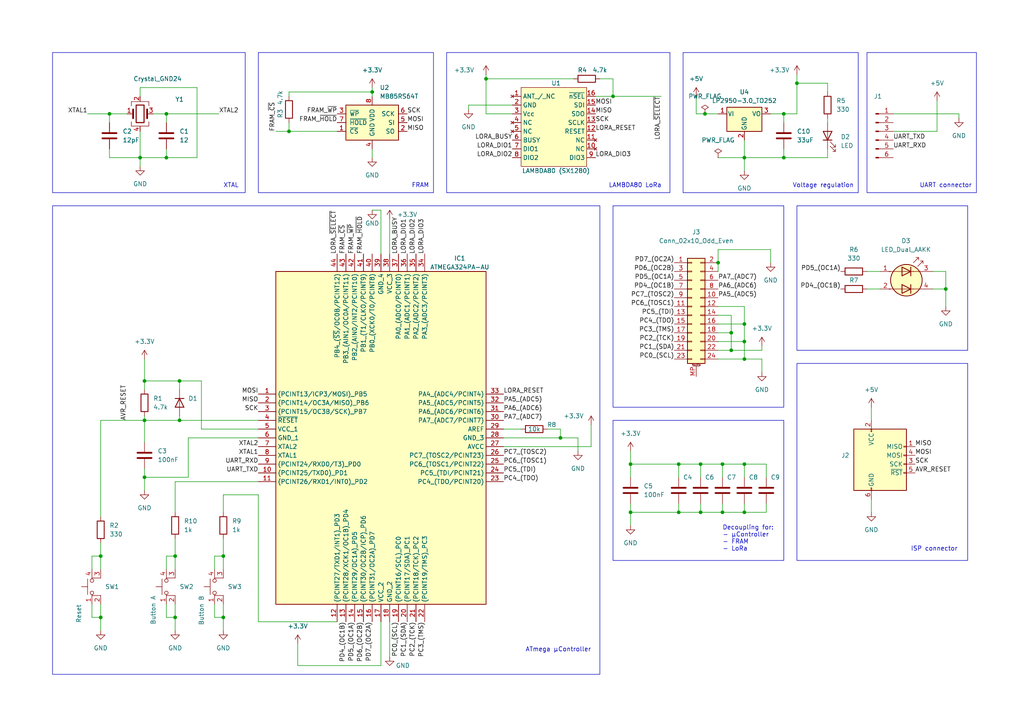
<source format=kicad_sch>
(kicad_sch (version 20230121) (generator eeschema)
  (paper "A4")
  (lib_symbols
    (symbol "Connector:AVR-ISP-6" (pin_names (offset 1.016))
      (property "Reference" "J" (at -6.35 11.43 0))
      (property "Value" "AVR-ISP-6" (at 0 11.43 0))
      (symbol "AVR-ISP-6_0_1"
        (rectangle (start -2.667 -6.858) (end -2.413 -7.62))
        (rectangle (start -2.667 10.16) (end -2.413 9.398))
        (rectangle (start 7.62 -2.413) (end 6.858 -2.667))
        (rectangle (start 7.62 0.127) (end 6.858 -0.127))
        (rectangle (start 7.62 2.667) (end 6.858 2.413))
        (rectangle (start 7.62 5.207) (end 6.858 4.953))
        (rectangle (start 7.62 10.16) (end -7.62 -7.62) (stroke (width 0.254)) (fill (type background)))
      )
      (symbol "AVR-ISP-6_1_1"
        (pin passive line (at 10.16 5.08 180) (length 2.54) (name "MISO") (number "1"))
        (pin passive line (at -2.54 12.7 270) (length 2.54) (name "VCC") (number "2"))
        (pin passive line (at 10.16 0 180) (length 2.54) (name "SCK") (number "3"))
        (pin passive line (at 10.16 2.54 180) (length 2.54) (name "MOSI") (number "4"))
        (pin passive line (at 10.16 -2.54 180) (length 2.54) (name "~{RST}") (number "5"))
        (pin passive line (at -2.54 -10.16 90) (length 2.54) (name "GND") (number "6"))
      )
    )
    (symbol "Connector:Conn_01x06_Pin" (pin_names (offset 1.016) hide)
      (property "Reference" "J" (at 0 7.62 0))
      (property "Value" "Conn_01x06_Pin" (at 0 -10.16 0))
      (symbol "Conn_01x06_Pin_1_1"
        (polyline (pts (xy 1.27 -7.62) (xy 0.8636 -7.62)) (stroke (width 0.1524)))
        (polyline (pts (xy 1.27 -5.08) (xy 0.8636 -5.08)) (stroke (width 0.1524)))
        (polyline (pts (xy 1.27 -2.54) (xy 0.8636 -2.54)) (stroke (width 0.1524)))
        (polyline (pts (xy 1.27 0) (xy 0.8636 0)) (stroke (width 0.1524)))
        (polyline (pts (xy 1.27 2.54) (xy 0.8636 2.54)) (stroke (width 0.1524)))
        (polyline (pts (xy 1.27 5.08) (xy 0.8636 5.08)) (stroke (width 0.1524)))
        (rectangle (start 0.8636 -7.493) (end 0 -7.747) (stroke (width 0.1524)) (fill (type outline)))
        (rectangle (start 0.8636 -4.953) (end 0 -5.207) (stroke (width 0.1524)) (fill (type outline)))
        (rectangle (start 0.8636 -2.413) (end 0 -2.667) (stroke (width 0.1524)) (fill (type outline)))
        (rectangle (start 0.8636 0.127) (end 0 -0.127) (stroke (width 0.1524)) (fill (type outline)))
        (rectangle (start 0.8636 2.667) (end 0 2.413) (stroke (width 0.1524)) (fill (type outline)))
        (rectangle (start 0.8636 5.207) (end 0 4.953) (stroke (width 0.1524)) (fill (type outline)))
        (pin passive line (at 5.08 5.08 180) (length 3.81) (name "Pin_1") (number "1"))
        (pin passive line (at 5.08 2.54 180) (length 3.81) (name "Pin_2") (number "2"))
        (pin passive line (at 5.08 0 180) (length 3.81) (name "Pin_3") (number "3"))
        (pin passive line (at 5.08 -2.54 180) (length 3.81) (name "Pin_4") (number "4"))
        (pin passive line (at 5.08 -5.08 180) (length 3.81) (name "Pin_5") (number "5"))
        (pin passive line (at 5.08 -7.62 180) (length 3.81) (name "Pin_6") (number "6"))
      )
    )
    (symbol "Connector_Generic_MountingPin:Conn_02x12_Odd_Even_MountingPin" (pin_names (offset 1.016) hide)
      (property "Reference" "J" (at 1.27 15.24 0))
      (property "Value" "Conn_02x12_Odd_Even_MountingPin" (at 2.54 -17.78 0))
      (symbol "Conn_02x12_Odd_Even_MountingPin_1_1"
        (rectangle (start -1.27 -15.113) (end 0 -15.367) (stroke (width 0.1524)))
        (rectangle (start -1.27 -12.573) (end 0 -12.827) (stroke (width 0.1524)))
        (rectangle (start -1.27 -10.033) (end 0 -10.287) (stroke (width 0.1524)))
        (rectangle (start -1.27 -7.493) (end 0 -7.747) (stroke (width 0.1524)))
        (rectangle (start -1.27 -4.953) (end 0 -5.207) (stroke (width 0.1524)))
        (rectangle (start -1.27 -2.413) (end 0 -2.667) (stroke (width 0.1524)))
        (rectangle (start -1.27 0.127) (end 0 -0.127) (stroke (width 0.1524)))
        (rectangle (start -1.27 2.667) (end 0 2.413) (stroke (width 0.1524)))
        (rectangle (start -1.27 5.207) (end 0 4.953) (stroke (width 0.1524)))
        (rectangle (start -1.27 7.747) (end 0 7.493) (stroke (width 0.1524)))
        (rectangle (start -1.27 10.287) (end 0 10.033) (stroke (width 0.1524)))
        (rectangle (start -1.27 12.827) (end 0 12.573) (stroke (width 0.1524)))
        (rectangle (start -1.27 13.97) (end 3.81 -16.51) (stroke (width 0.254)) (fill (type background)))
        (polyline (pts (xy 0.254 -17.272) (xy 2.286 -17.272)) (stroke (width 0.1524)))
        (rectangle (start 3.81 -15.113) (end 2.54 -15.367) (stroke (width 0.1524)))
        (rectangle (start 3.81 -12.573) (end 2.54 -12.827) (stroke (width 0.1524)))
        (rectangle (start 3.81 -10.033) (end 2.54 -10.287) (stroke (width 0.1524)))
        (rectangle (start 3.81 -7.493) (end 2.54 -7.747) (stroke (width 0.1524)))
        (rectangle (start 3.81 -4.953) (end 2.54 -5.207) (stroke (width 0.1524)))
        (rectangle (start 3.81 -2.413) (end 2.54 -2.667) (stroke (width 0.1524)))
        (rectangle (start 3.81 0.127) (end 2.54 -0.127) (stroke (width 0.1524)))
        (rectangle (start 3.81 2.667) (end 2.54 2.413) (stroke (width 0.1524)))
        (rectangle (start 3.81 5.207) (end 2.54 4.953) (stroke (width 0.1524)))
        (rectangle (start 3.81 7.747) (end 2.54 7.493) (stroke (width 0.1524)))
        (rectangle (start 3.81 10.287) (end 2.54 10.033) (stroke (width 0.1524)))
        (rectangle (start 3.81 12.827) (end 2.54 12.573) (stroke (width 0.1524)))
        (text "Mounting" (at 1.27 -16.891 0) (effects (font (size 0.381 0.381))))
        (pin passive line (at -5.08 12.7 0) (length 3.81) (name "Pin_1") (number "1"))
        (pin passive line (at 7.62 2.54 180) (length 3.81) (name "Pin_10") (number "10"))
        (pin passive line (at -5.08 0 0) (length 3.81) (name "Pin_11") (number "11"))
        (pin passive line (at 7.62 0 180) (length 3.81) (name "Pin_12") (number "12"))
        (pin passive line (at -5.08 -2.54 0) (length 3.81) (name "Pin_13") (number "13"))
        (pin passive line (at 7.62 -2.54 180) (length 3.81) (name "Pin_14") (number "14"))
        (pin passive line (at -5.08 -5.08 0) (length 3.81) (name "Pin_15") (number "15"))
        (pin passive line (at 7.62 -5.08 180) (length 3.81) (name "Pin_16") (number "16"))
        (pin passive line (at -5.08 -7.62 0) (length 3.81) (name "Pin_17") (number "17"))
        (pin passive line (at 7.62 -7.62 180) (length 3.81) (name "Pin_18") (number "18"))
        (pin passive line (at -5.08 -10.16 0) (length 3.81) (name "Pin_19") (number "19"))
        (pin passive line (at 7.62 12.7 180) (length 3.81) (name "Pin_2") (number "2"))
        (pin passive line (at 7.62 -10.16 180) (length 3.81) (name "Pin_20") (number "20"))
        (pin passive line (at -5.08 -12.7 0) (length 3.81) (name "Pin_21") (number "21"))
        (pin passive line (at 7.62 -12.7 180) (length 3.81) (name "Pin_22") (number "22"))
        (pin passive line (at -5.08 -15.24 0) (length 3.81) (name "Pin_23") (number "23"))
        (pin passive line (at 7.62 -15.24 180) (length 3.81) (name "Pin_24") (number "24"))
        (pin passive line (at -5.08 10.16 0) (length 3.81) (name "Pin_3") (number "3"))
        (pin passive line (at 7.62 10.16 180) (length 3.81) (name "Pin_4") (number "4"))
        (pin passive line (at -5.08 7.62 0) (length 3.81) (name "Pin_5") (number "5"))
        (pin passive line (at 7.62 7.62 180) (length 3.81) (name "Pin_6") (number "6"))
        (pin passive line (at -5.08 5.08 0) (length 3.81) (name "Pin_7") (number "7"))
        (pin passive line (at 7.62 5.08 180) (length 3.81) (name "Pin_8") (number "8"))
        (pin passive line (at -5.08 2.54 0) (length 3.81) (name "Pin_9") (number "9"))
        (pin passive line (at 1.27 -20.32 90) (length 3.048) (name "MountPin") (number "MP"))
      )
    )
    (symbol "DISCO_symbols:ATMEGA324PA-AU"
      (property "Reference" "IC" (at 67.31 40.64 0))
      (property "Value" "ATMEGA324PA-AU" (at 67.31 38.1 0))
      (symbol "ATMEGA324PA-AU_1_1"
        (rectangle (start 5.08 35.56) (end 66.04 -60.96) (stroke (width 0.254)) (fill (type background)))
        (pin passive line (at 0 0 0) (length 5.08) (name "(PCINT13/ICP3/MOSI)_PB5") (number "1"))
        (pin passive line (at 0 -22.86 0) (length 5.08) (name "(PCINT25/TXD0)_PD1") (number "10"))
        (pin passive line (at 0 -25.4 0) (length 5.08) (name "(PCINT26/RXD1/INT0)_PD2") (number "11"))
        (pin passive line (at 22.86 -66.04 90) (length 5.08) (name "(PCINT27/TXD1/INT1)_PD3") (number "12"))
        (pin passive line (at 25.4 -66.04 90) (length 5.08) (name "(PCINT28/XCK1/OC1B)_PD4") (number "13"))
        (pin passive line (at 27.94 -66.04 90) (length 5.08) (name "(PCINT29/OC1A)_PD5") (number "14"))
        (pin passive line (at 30.48 -66.04 90) (length 5.08) (name "(PCINT30/OC2B/ICP)_PD6") (number "15"))
        (pin passive line (at 33.02 -66.04 90) (length 5.08) (name "(PCINT31/OC2A)_PD7") (number "16"))
        (pin passive line (at 35.56 -66.04 90) (length 5.08) (name "VCC_2") (number "17"))
        (pin passive line (at 38.1 -66.04 90) (length 5.08) (name "GND_2") (number "18"))
        (pin passive line (at 40.64 -66.04 90) (length 5.08) (name "(PCINT16/SCL)_PC0") (number "19"))
        (pin passive line (at 0 -2.54 0) (length 5.08) (name "(PCINT14/OC3A/MISO)_PB6") (number "2"))
        (pin passive line (at 43.18 -66.04 90) (length 5.08) (name "(PCINT17/SDA)_PC1") (number "20"))
        (pin passive line (at 45.72 -66.04 90) (length 5.08) (name "(PCINT18/TCK)_PC2") (number "21"))
        (pin passive line (at 48.26 -66.04 90) (length 5.08) (name "(PCINT19/TMS)_PC3") (number "22"))
        (pin passive line (at 71.12 -25.4 180) (length 5.08) (name "PC4_(TDO/PCINT20)") (number "23"))
        (pin passive line (at 71.12 -22.86 180) (length 5.08) (name "PC5_(TDI/PCINT21)") (number "24"))
        (pin passive line (at 71.12 -20.32 180) (length 5.08) (name "PC6_(TOSC1/PCINT22)") (number "25"))
        (pin passive line (at 71.12 -17.78 180) (length 5.08) (name "PC7_(TOSC2/PCINT23)") (number "26"))
        (pin passive line (at 71.12 -15.24 180) (length 5.08) (name "AVCC") (number "27"))
        (pin passive line (at 71.12 -12.7 180) (length 5.08) (name "GND_3") (number "28"))
        (pin passive line (at 71.12 -10.16 180) (length 5.08) (name "AREF") (number "29"))
        (pin passive line (at 0 -5.08 0) (length 5.08) (name "(PCINT15/OC3B/SCK)_PB7") (number "3"))
        (pin passive line (at 71.12 -7.62 180) (length 5.08) (name "PA7_(ADC7/PCINT7)") (number "30"))
        (pin passive line (at 71.12 -5.08 180) (length 5.08) (name "PA6_(ADC6/PCINT6)") (number "31"))
        (pin passive line (at 71.12 -2.54 180) (length 5.08) (name "PA5_(ADC5/PCINT5)") (number "32"))
        (pin passive line (at 71.12 0 180) (length 5.08) (name "PA4_(ADC4/PCINT4)") (number "33"))
        (pin passive line (at 48.26 40.64 270) (length 5.08) (name "PA3_(ADC3/PCINT3)") (number "34"))
        (pin passive line (at 45.72 40.64 270) (length 5.08) (name "PA2_(ADC2/PCINT2)") (number "35"))
        (pin passive line (at 43.18 40.64 270) (length 5.08) (name "PA1_(ADC1/PCINT1)") (number "36"))
        (pin passive line (at 40.64 40.64 270) (length 5.08) (name "PA0_(ADC0/PCINT0)") (number "37"))
        (pin passive line (at 38.1 40.64 270) (length 5.08) (name "VCC_3") (number "38"))
        (pin passive line (at 35.56 40.64 270) (length 5.08) (name "GND_4") (number "39"))
        (pin passive line (at 0 -7.62 0) (length 5.08) (name "~{RESET}") (number "4"))
        (pin passive line (at 33.02 40.64 270) (length 5.08) (name "PB0_(XCK0/T0/PCINT8)") (number "40"))
        (pin passive line (at 30.48 40.64 270) (length 5.08) (name "PB1_(T1/CLKO/PCINT9)") (number "41"))
        (pin passive line (at 27.94 40.64 270) (length 5.08) (name "PB2_(AIN0/INT2/PCINT10)") (number "42"))
        (pin passive line (at 25.4 40.64 270) (length 5.08) (name "PB3_(AIN1/OC0A/PCINT11)") (number "43"))
        (pin passive line (at 22.86 40.64 270) (length 5.08) (name "PB4_(~{SS}/OC0B/PCINT12)") (number "44"))
        (pin passive line (at 0 -10.16 0) (length 5.08) (name "VCC_1") (number "5"))
        (pin passive line (at 0 -12.7 0) (length 5.08) (name "GND_1") (number "6"))
        (pin passive line (at 0 -15.24 0) (length 5.08) (name "XTAL2") (number "7"))
        (pin passive line (at 0 -17.78 0) (length 5.08) (name "XTAL1") (number "8"))
        (pin passive line (at 0 -20.32 0) (length 5.08) (name "(PCINT24/RXD0/T3)_PD0") (number "9"))
      )
    )
    (symbol "DISCO_symbols:LAMBDA80"
      (property "Reference" "U1" (at -3.81 6.35 0))
      (property "Value" "LAMBDA80 (SX1280)" (at -3.81 -19.05 0))
      (symbol "LAMBDA80_0_1"
        (rectangle (start -1.27 5.08) (end -1.27 5.08))
      )
      (symbol "LAMBDA80_1_1"
        (rectangle (start -13.97 5.08) (end 5.08 -17.78) (fill (type background)))
        (pin no_connect line (at -16.51 2.54 0) (length 2.54) (name "ANT_/_NC") (number "1"))
        (pin no_connect line (at 7.62 -12.7 180) (length 2.54) (name "NC") (number "10"))
        (pin no_connect line (at 7.62 -10.16 180) (length 2.54) (name "NC") (number "11"))
        (pin input line (at 7.62 -7.62 180) (length 2.54) (name "RESET") (number "12"))
        (pin input line (at 7.62 -5.08 180) (length 2.54) (name "SCLK") (number "13"))
        (pin tri_state line (at 7.62 -2.54 180) (length 2.54) (name "SDO") (number "14"))
        (pin input line (at 7.62 0 180) (length 2.54) (name "SDI") (number "15"))
        (pin input line (at 7.62 2.54 180) (length 2.54) (name "~{nSEL}") (number "16"))
        (pin input line (at -16.51 0 0) (length 2.54) (name "GND") (number "2"))
        (pin input line (at -16.51 -2.54 0) (length 2.54) (name "Vcc") (number "3"))
        (pin no_connect line (at -16.51 -5.08 0) (length 2.54) (name "NC") (number "4"))
        (pin no_connect line (at -16.51 -7.62 0) (length 2.54) (name "NC") (number "5"))
        (pin output line (at -16.51 -10.16 0) (length 2.54) (name "BUSY") (number "6"))
        (pin bidirectional line (at -16.51 -12.7 0) (length 2.54) (name "DIO1") (number "7"))
        (pin bidirectional line (at -16.51 -15.24 0) (length 2.54) (name "DIO2") (number "8"))
        (pin bidirectional line (at 7.62 -15.24 180) (length 2.54) (name "DIO3") (number "9"))
      )
    )
    (symbol "Device:C" (pin_numbers hide) (pin_names (offset 0.254))
      (property "Reference" "C" (at 0.635 2.54 0))
      (property "Value" "C" (at 0.635 -2.54 0))
      (symbol "C_0_1"
        (polyline (pts (xy -2.032 -0.762) (xy 2.032 -0.762)) (stroke (width 0.508)))
        (polyline (pts (xy -2.032 0.762) (xy 2.032 0.762)) (stroke (width 0.508)))
      )
      (symbol "C_1_1"
        (pin passive line (at 0 3.81 270) (length 2.794) (name "~") (number "1"))
        (pin passive line (at 0 -3.81 90) (length 2.794) (name "~") (number "2"))
      )
    )
    (symbol "Device:Crystal_GND24" (pin_names (offset 1.016) hide)
      (property "Reference" "Y" (at 3.175 5.08 0))
      (property "Value" "Crystal_GND24" (at 3.175 3.175 0))
      (symbol "Crystal_GND24_0_1"
        (rectangle (start -1.143 2.54) (end 1.143 -2.54) (stroke (width 0.3048)))
        (polyline (pts (xy -2.54 0) (xy -2.032 0)))
        (polyline (pts (xy -2.032 -1.27) (xy -2.032 1.27)) (stroke (width 0.508)))
        (polyline (pts (xy 0 -3.81) (xy 0 -3.556)))
        (polyline (pts (xy 0 3.556) (xy 0 3.81)))
        (polyline (pts (xy 2.032 -1.27) (xy 2.032 1.27)) (stroke (width 0.508)))
        (polyline (pts (xy 2.032 0) (xy 2.54 0)))
        (polyline (pts (xy -2.54 -2.286) (xy -2.54 -3.556) (xy 2.54 -3.556) (xy 2.54 -2.286)))
        (polyline (pts (xy -2.54 2.286) (xy -2.54 3.556) (xy 2.54 3.556) (xy 2.54 2.286)))
      )
      (symbol "Crystal_GND24_1_1"
        (pin passive line (at -3.81 0 0) (length 1.27) (name "1") (number "1"))
        (pin passive line (at 0 5.08 270) (length 1.27) (name "2") (number "2"))
        (pin passive line (at 3.81 0 180) (length 1.27) (name "3") (number "3"))
        (pin passive line (at 0 -5.08 90) (length 1.27) (name "4") (number "4"))
      )
    )
    (symbol "Device:D" (pin_numbers hide) (pin_names (offset 1.016) hide)
      (property "Reference" "D" (at 0 2.54 0))
      (property "Value" "D" (at 0 -2.54 0))
      (symbol "D_0_1"
        (polyline (pts (xy -1.27 1.27) (xy -1.27 -1.27)) (stroke (width 0.254)))
        (polyline (pts (xy 1.27 0) (xy -1.27 0)))
        (polyline (pts (xy 1.27 1.27) (xy 1.27 -1.27) (xy -1.27 0) (xy 1.27 1.27)) (stroke (width 0.254)))
      )
      (symbol "D_1_1"
        (pin passive line (at -3.81 0 0) (length 2.54) (name "K") (number "1"))
        (pin passive line (at 3.81 0 180) (length 2.54) (name "A") (number "2"))
      )
    )
    (symbol "Device:LED" (pin_numbers hide) (pin_names (offset 1.016) hide)
      (property "Reference" "D" (at 0 2.54 0))
      (property "Value" "LED" (at 0 -2.54 0))
      (symbol "LED_0_1"
        (polyline (pts (xy -1.27 -1.27) (xy -1.27 1.27)) (stroke (width 0.254)))
        (polyline (pts (xy -1.27 0) (xy 1.27 0)))
        (polyline (pts (xy 1.27 -1.27) (xy 1.27 1.27) (xy -1.27 0) (xy 1.27 -1.27)) (stroke (width 0.254)))
        (polyline (pts (xy -3.048 -0.762) (xy -4.572 -2.286) (xy -3.81 -2.286) (xy -4.572 -2.286) (xy -4.572 -1.524)))
        (polyline (pts (xy -1.778 -0.762) (xy -3.302 -2.286) (xy -2.54 -2.286) (xy -3.302 -2.286) (xy -3.302 -1.524)))
      )
      (symbol "LED_1_1"
        (pin passive line (at -3.81 0 0) (length 2.54) (name "K") (number "1"))
        (pin passive line (at 3.81 0 180) (length 2.54) (name "A") (number "2"))
      )
    )
    (symbol "Device:LED_Dual_AAKK" (pin_names (offset 0) hide)
      (property "Reference" "D" (at 0 5.715 0))
      (property "Value" "LED_Dual_AAKK" (at 0 -6.35 0))
      (symbol "LED_Dual_AAKK_0_1"
        (polyline (pts (xy -5.08 -2.54) (xy 2.032 -2.54)))
        (polyline (pts (xy -5.08 2.54) (xy 2.032 2.54)))
        (polyline (pts (xy 1.27 -1.27) (xy 1.27 -3.81)) (stroke (width 0.254)))
        (polyline (pts (xy 1.27 3.81) (xy 1.27 1.27)) (stroke (width 0.254)))
        (polyline (pts (xy 3.81 -2.54) (xy 1.905 -2.54)))
        (polyline (pts (xy 3.81 2.54) (xy 1.905 2.54)))
        (polyline (pts (xy -1.27 -1.27) (xy -1.27 -3.81) (xy 1.27 -2.54) (xy -1.27 -1.27)) (stroke (width 0.254)))
        (polyline (pts (xy -1.27 3.81) (xy -1.27 1.27) (xy 1.27 2.54) (xy -1.27 3.81)) (stroke (width 0.254)))
        (polyline (pts (xy 2.032 5.08) (xy 3.556 6.604) (xy 2.794 6.604) (xy 3.556 6.604) (xy 3.556 5.842)))
        (polyline (pts (xy 3.302 4.064) (xy 4.826 5.588) (xy 4.064 5.588) (xy 4.826 5.588) (xy 4.826 4.826)))
        (circle (center 0 0) (radius 4.572) (stroke (width 0.254)) (fill (type background)))
      )
      (symbol "LED_Dual_AAKK_1_1"
        (pin input line (at -7.62 2.54 0) (length 3.048) (name "A1") (number "1"))
        (pin input line (at -7.62 -2.54 0) (length 3.048) (name "A2") (number "2"))
        (pin input line (at 7.62 2.54 180) (length 3.81) (name "K1") (number "3"))
        (pin input line (at 7.62 -2.54 180) (length 3.81) (name "K2") (number "4"))
      )
    )
    (symbol "Device:R" (pin_numbers hide) (pin_names (offset 0))
      (property "Reference" "R" (at 2.032 0 90))
      (property "Value" "R" (at 0 0 90))
      (symbol "R_0_1"
        (rectangle (start -1.016 -2.54) (end 1.016 2.54) (stroke (width 0.254)))
      )
      (symbol "R_1_1"
        (pin passive line (at 0 3.81 270) (length 1.27) (name "~") (number "1"))
        (pin passive line (at 0 -3.81 90) (length 1.27) (name "~") (number "2"))
      )
    )
    (symbol "Regulator_Linear:LP2950-3.0_TO252" (pin_names (offset 0.254))
      (property "Reference" "U" (at -3.81 3.175 0))
      (property "Value" "LP2950-3.0_TO252" (at 0 3.175 0))
      (symbol "LP2950-3.0_TO252_0_1"
        (rectangle (start -5.08 1.905) (end 5.08 -5.08) (stroke (width 0.254)) (fill (type background)))
      )
      (symbol "LP2950-3.0_TO252_1_1"
        (pin power_in line (at -7.62 0 0) (length 2.54) (name "VI") (number "1"))
        (pin power_in line (at 0 -7.62 90) (length 2.54) (name "GND") (number "2"))
        (pin power_out line (at 7.62 0 180) (length 2.54) (name "VO") (number "3"))
      )
    )
    (symbol "Switch:SW_MEC_5E" (pin_names (offset 1.016) hide)
      (property "Reference" "SW" (at 0.635 5.715 0))
      (property "Value" "SW_MEC_5E" (at 0 -3.175 0))
      (symbol "SW_MEC_5E_0_1"
        (circle (center -1.778 2.54) (radius 0.508))
        (polyline (pts (xy -2.286 3.81) (xy 2.286 3.81)))
        (polyline (pts (xy 0 3.81) (xy 0 5.588)))
        (polyline (pts (xy -2.54 0) (xy -2.54 2.54) (xy -2.286 2.54)))
        (polyline (pts (xy 2.54 0) (xy 2.54 2.54) (xy 2.286 2.54)))
        (circle (center 1.778 2.54) (radius 0.508))
        (pin passive line (at -5.08 2.54 0) (length 2.54) (name "1") (number "1"))
        (pin passive line (at -5.08 0 0) (length 2.54) (name "2") (number "2"))
        (pin passive line (at 5.08 0 180) (length 2.54) (name "K") (number "3"))
        (pin passive line (at 5.08 2.54 180) (length 2.54) (name "A") (number "4"))
      )
    )
    (symbol "my_components:MB85RS64T" (pin_names (offset 1.016))
      (property "Reference" "U2" (at 2.1941 10.16 0))
      (property "Value" "MB85RS64T" (at 2.1941 7.62 0))
      (symbol "MB85RS64T_0_1"
        (rectangle (start -7.62 5.08) (end 7.62 -5.08) (stroke (width 0.254)) (fill (type background)))
      )
      (symbol "MB85RS64T_1_1"
        (pin input line (at -10.16 -2.54 0) (length 2.54) (name "~{CS}") (number "1"))
        (pin tri_state line (at 10.16 -2.54 180) (length 2.54) (name "SO") (number "2"))
        (pin input line (at -10.16 2.54 0) (length 2.54) (name "~{WP}") (number "3"))
        (pin power_in line (at 0 -7.62 90) (length 2.54) (name "GND") (number "4"))
        (pin input line (at 10.16 0 180) (length 2.54) (name "SI") (number "5"))
        (pin input line (at 10.16 2.54 180) (length 2.54) (name "SCK") (number "6"))
        (pin input line (at -10.16 0 0) (length 2.54) (name "~{HOLD}") (number "7"))
        (pin power_in line (at 0 7.62 270) (length 2.54) (name "VDD") (number "8"))
      )
    )
    (symbol "power:+3.3V" (power) (pin_names (offset 0))
      (property "Value" "+3.3V" (at 0 3.556 0))
      (symbol "+3.3V_0_1"
        (polyline (pts (xy -0.762 1.27) (xy 0 2.54)))
        (polyline (pts (xy 0 0) (xy 0 2.54)))
        (polyline (pts (xy 0 2.54) (xy 0.762 1.27)))
      )
      (symbol "+3.3V_1_1"
        (pin power_in line (at 0 0 90) (length 0) hide (name "+3.3V") (number "1"))
      )
    )
    (symbol "power:+5V" (power) (pin_names (offset 0))
      (property "Value" "+5V" (at 0 3.556 0))
      (symbol "+5V_0_1"
        (polyline (pts (xy -0.762 1.27) (xy 0 2.54)))
        (polyline (pts (xy 0 0) (xy 0 2.54)))
        (polyline (pts (xy 0 2.54) (xy 0.762 1.27)))
      )
      (symbol "+5V_1_1"
        (pin power_in line (at 0 0 90) (length 0) hide (name "+5V") (number "1"))
      )
    )
    (symbol "power:GND" (power) (pin_names (offset 0))
      (property "Value" "GND" (at 0 -3.81 0))
      (symbol "GND_0_1"
        (polyline (pts (xy 0 0) (xy 0 -1.27) (xy 1.27 -1.27) (xy 0 -2.54) (xy -1.27 -1.27) (xy 0 -1.27)))
      )
      (symbol "GND_1_1"
        (pin power_in line (at 0 0 270) (length 0) hide (name "GND") (number "1"))
      )
    )
    (symbol "power:PWR_FLAG" (power) (pin_numbers hide) (pin_names (offset 0) hide)
      (property "Value" "PWR_FLAG" (at 0 3.81 0))
      (symbol "PWR_FLAG_0_0"
        (pin power_out line (at 0 0 90) (length 0) (name "pwr") (number "1"))
      )
      (symbol "PWR_FLAG_0_1"
        (polyline (pts (xy 0 0) (xy 0 1.27) (xy -1.016 1.905) (xy 0 2.54) (xy 1.016 1.905) (xy 0 1.27)))
      )
    )
  )
  (junction (at 29.21 161.29))
  (junction (at 274.32 83.82))
  (junction (at 64.77 179.07))
  (junction (at 196.85 134.62))
  (junction (at 203.2 134.62))
  (junction (at 215.9 45.72))
  (junction (at 227.33 33.02))
  (junction (at 182.88 134.62))
  (junction (at 231.14 24.13))
  (junction (at 215.9 148.59))
  (junction (at 64.77 161.29))
  (junction (at 208.28 76.2))
  (junction (at 41.91 138.43))
  (junction (at 40.64 45.72))
  (junction (at 204.47 33.02))
  (junction (at 83.82 38.1))
  (junction (at 212.09 96.52))
  (junction (at 50.8 161.29))
  (junction (at 31.75 33.02))
  (junction (at 209.55 134.62))
  (junction (at 227.33 45.72))
  (junction (at 48.26 45.72))
  (junction (at 215.9 99.06))
  (junction (at 215.9 104.14))
  (junction (at 162.56 127))
  (junction (at 48.26 33.02))
  (junction (at 215.9 134.62))
  (junction (at 212.09 101.6))
  (junction (at 29.21 179.07))
  (junction (at 50.8 179.07))
  (junction (at 203.2 148.59))
  (junction (at 182.88 148.59))
  (junction (at 107.95 26.67))
  (junction (at 140.97 22.86))
  (junction (at 41.91 110.49))
  (junction (at 41.91 121.92))
  (junction (at 209.55 148.59))
  (junction (at 196.85 148.59))
  (junction (at 52.07 121.92))
  (junction (at 177.8 27.94))
  (junction (at 215.9 93.98))
  (junction (at 52.07 110.49))
  (wire (pts (xy 274.32 78.74) (xy 274.32 83.82)))
  (wire (pts (xy 227.33 33.02) (xy 223.52 33.02)))
  (wire (pts (xy 110.49 193.04) (xy 86.36 193.04)))
  (wire (pts (xy 26.67 179.07) (xy 29.21 179.07)))
  (wire (pts (xy 57.15 45.72) (xy 48.26 45.72)))
  (wire (pts (xy 227.33 33.02) (xy 227.33 35.56)))
  (wire (pts (xy 41.91 121.92) (xy 52.07 121.92)))
  (wire (pts (xy 31.75 45.72) (xy 40.64 45.72)))
  (wire (pts (xy 215.9 146.05) (xy 215.9 148.59)))
  (wire (pts (xy 209.55 146.05) (xy 209.55 148.59)))
  (wire (pts (xy 74.93 143.51) (xy 64.77 143.51)))
  (wire (pts (xy 203.2 146.05) (xy 203.2 148.59)))
  (wire (pts (xy 86.36 193.04) (xy 86.36 186.69)))
  (wire (pts (xy 83.82 27.94) (xy 83.82 26.67)))
  (wire (pts (xy 62.23 175.26) (xy 62.23 179.07)))
  (wire (pts (xy 48.26 33.02) (xy 63.5 33.02)))
  (wire (pts (xy 64.77 143.51) (xy 64.77 148.59)))
  (wire (pts (xy 26.67 175.26) (xy 26.67 179.07)))
  (wire (pts (xy 227.33 45.72) (xy 215.9 45.72)))
  (wire (pts (xy 40.64 45.72) (xy 48.26 45.72)))
  (wire (pts (xy 48.26 33.02) (xy 48.26 35.56)))
  (wire (pts (xy 182.88 138.43) (xy 182.88 134.62)))
  (wire (pts (xy 64.77 179.07) (xy 64.77 182.88)))
  (wire (pts (xy 215.9 148.59) (xy 222.25 148.59)))
  (wire (pts (xy 215.9 104.14) (xy 215.9 99.06)))
  (wire (pts (xy 58.42 110.49) (xy 52.07 110.49)))
  (wire (pts (xy 40.64 45.72) (xy 40.64 48.26)))
  (wire (pts (xy 212.09 91.44) (xy 212.09 96.52)))
  (wire (pts (xy 240.03 45.72) (xy 227.33 45.72)))
  (wire (pts (xy 41.91 104.14) (xy 41.91 110.49)))
  (wire (pts (xy 31.75 33.02) (xy 36.83 33.02)))
  (wire (pts (xy 278.13 33.02) (xy 278.13 34.29)))
  (wire (pts (xy 74.93 143.51) (xy 74.93 180.34)))
  (wire (pts (xy 227.33 33.02) (xy 231.14 33.02)))
  (wire (pts (xy 212.09 96.52) (xy 212.09 101.6)))
  (wire (pts (xy 209.55 134.62) (xy 215.9 134.62)))
  (wire (pts (xy 80.01 38.1) (xy 83.82 38.1)))
  (wire (pts (xy 74.93 127) (xy 54.61 127)))
  (wire (pts (xy 26.67 161.29) (xy 29.21 161.29)))
  (wire (pts (xy 208.28 104.14) (xy 215.9 104.14)))
  (wire (pts (xy 64.77 161.29) (xy 64.77 165.1)))
  (wire (pts (xy 29.21 161.29) (xy 29.21 165.1)))
  (wire (pts (xy 203.2 148.59) (xy 209.55 148.59)))
  (wire (pts (xy 201.93 33.02) (xy 204.47 33.02)))
  (wire (pts (xy 97.79 180.34) (xy 74.93 180.34)))
  (wire (pts (xy 215.9 45.72) (xy 215.9 49.53)))
  (wire (pts (xy 215.9 88.9) (xy 208.28 88.9)))
  (wire (pts (xy 215.9 134.62) (xy 215.9 138.43)))
  (wire (pts (xy 212.09 101.6) (xy 208.28 101.6)))
  (wire (pts (xy 62.23 165.1) (xy 62.23 161.29)))
  (wire (pts (xy 44.45 33.02) (xy 48.26 33.02)))
  (wire (pts (xy 25.4 33.02) (xy 31.75 33.02)))
  (wire (pts (xy 208.28 72.39) (xy 223.52 72.39)))
  (wire (pts (xy 220.98 104.14) (xy 220.98 107.95)))
  (wire (pts (xy 196.85 148.59) (xy 203.2 148.59)))
  (wire (pts (xy 177.8 27.94) (xy 191.77 27.94)))
  (wire (pts (xy 83.82 26.67) (xy 107.95 26.67)))
  (wire (pts (xy 177.8 22.86) (xy 177.8 27.94)))
  (wire (pts (xy 140.97 22.86) (xy 140.97 33.02)))
  (wire (pts (xy 208.28 91.44) (xy 212.09 91.44)))
  (wire (pts (xy 259.08 33.02) (xy 278.13 33.02)))
  (wire (pts (xy 26.67 165.1) (xy 26.67 161.29)))
  (wire (pts (xy 58.42 124.46) (xy 58.42 110.49)))
  (wire (pts (xy 50.8 175.26) (xy 50.8 179.07)))
  (wire (pts (xy 182.88 130.81) (xy 182.88 134.62)))
  (wire (pts (xy 48.26 161.29) (xy 50.8 161.29)))
  (wire (pts (xy 271.78 29.21) (xy 271.78 38.1)))
  (wire (pts (xy 57.15 25.4) (xy 57.15 45.72)))
  (wire (pts (xy 52.07 121.92) (xy 74.93 121.92)))
  (wire (pts (xy 146.05 124.46) (xy 151.13 124.46)))
  (wire (pts (xy 208.28 72.39) (xy 208.28 76.2)))
  (wire (pts (xy 215.9 99.06) (xy 215.9 93.98)))
  (wire (pts (xy 162.56 124.46) (xy 162.56 127)))
  (wire (pts (xy 182.88 146.05) (xy 182.88 148.59)))
  (wire (pts (xy 222.25 134.62) (xy 222.25 138.43)))
  (wire (pts (xy 204.47 33.02) (xy 208.28 33.02)))
  (wire (pts (xy 270.51 78.74) (xy 274.32 78.74)))
  (wire (pts (xy 172.72 27.94) (xy 177.8 27.94)))
  (wire (pts (xy 251.46 78.74) (xy 255.27 78.74)))
  (wire (pts (xy 74.93 139.7) (xy 50.8 139.7)))
  (wire (pts (xy 29.21 121.92) (xy 41.91 121.92)))
  (wire (pts (xy 203.2 134.62) (xy 203.2 138.43)))
  (wire (pts (xy 196.85 134.62) (xy 203.2 134.62)))
  (wire (pts (xy 107.95 43.18) (xy 107.95 45.72)))
  (wire (pts (xy 148.59 30.48) (xy 135.89 30.48)))
  (wire (pts (xy 140.97 21.59) (xy 140.97 22.86)))
  (wire (pts (xy 209.55 148.59) (xy 215.9 148.59)))
  (wire (pts (xy 223.52 72.39) (xy 223.52 76.2)))
  (wire (pts (xy 50.8 139.7) (xy 50.8 148.59)))
  (wire (pts (xy 140.97 22.86) (xy 166.37 22.86)))
  (wire (pts (xy 29.21 175.26) (xy 29.21 179.07)))
  (wire (pts (xy 52.07 110.49) (xy 41.91 110.49)))
  (wire (pts (xy 146.05 129.54) (xy 171.45 129.54)))
  (wire (pts (xy 252.73 118.11) (xy 252.73 121.92)))
  (wire (pts (xy 171.45 129.54) (xy 171.45 123.19)))
  (wire (pts (xy 107.95 25.4) (xy 107.95 26.67)))
  (wire (pts (xy 148.59 33.02) (xy 140.97 33.02)))
  (wire (pts (xy 83.82 35.56) (xy 83.82 38.1)))
  (wire (pts (xy 41.91 135.89) (xy 41.91 138.43)))
  (wire (pts (xy 215.9 93.98) (xy 208.28 93.98)))
  (wire (pts (xy 227.33 43.18) (xy 227.33 45.72)))
  (wire (pts (xy 83.82 38.1) (xy 97.79 38.1)))
  (wire (pts (xy 107.95 26.67) (xy 107.95 27.94)))
  (wire (pts (xy 110.49 180.34) (xy 110.49 193.04)))
  (wire (pts (xy 240.03 26.67) (xy 240.03 24.13)))
  (wire (pts (xy 48.26 179.07) (xy 50.8 179.07)))
  (wire (pts (xy 215.9 134.62) (xy 222.25 134.62)))
  (wire (pts (xy 48.26 45.72) (xy 48.26 43.18)))
  (wire (pts (xy 231.14 21.59) (xy 231.14 24.13)))
  (wire (pts (xy 215.9 93.98) (xy 215.9 88.9)))
  (wire (pts (xy 110.49 60.96) (xy 107.95 60.96)))
  (wire (pts (xy 41.91 120.65) (xy 41.91 121.92)))
  (wire (pts (xy 29.21 179.07) (xy 29.21 182.88)))
  (wire (pts (xy 201.93 27.94) (xy 201.93 33.02)))
  (wire (pts (xy 215.9 99.06) (xy 208.28 99.06)))
  (wire (pts (xy 274.32 83.82) (xy 274.32 88.9)))
  (wire (pts (xy 259.08 38.1) (xy 271.78 38.1)))
  (wire (pts (xy 158.75 124.46) (xy 162.56 124.46)))
  (wire (pts (xy 173.99 22.86) (xy 177.8 22.86)))
  (wire (pts (xy 196.85 134.62) (xy 196.85 138.43)))
  (wire (pts (xy 162.56 127) (xy 167.64 127)))
  (wire (pts (xy 52.07 120.65) (xy 52.07 121.92)))
  (wire (pts (xy 31.75 43.18) (xy 31.75 45.72)))
  (wire (pts (xy 54.61 138.43) (xy 41.91 138.43)))
  (wire (pts (xy 41.91 121.92) (xy 41.91 128.27)))
  (wire (pts (xy 48.26 165.1) (xy 48.26 161.29)))
  (wire (pts (xy 182.88 134.62) (xy 196.85 134.62)))
  (wire (pts (xy 167.64 127) (xy 167.64 130.81)))
  (wire (pts (xy 209.55 134.62) (xy 209.55 138.43)))
  (wire (pts (xy 231.14 24.13) (xy 231.14 33.02)))
  (wire (pts (xy 40.64 25.4) (xy 57.15 25.4)))
  (wire (pts (xy 208.28 96.52) (xy 212.09 96.52)))
  (wire (pts (xy 113.03 63.5) (xy 113.03 73.66)))
  (wire (pts (xy 113.03 180.34) (xy 113.03 190.5)))
  (wire (pts (xy 220.98 101.6) (xy 220.98 100.33)))
  (wire (pts (xy 240.03 43.18) (xy 240.03 45.72)))
  (wire (pts (xy 203.2 134.62) (xy 209.55 134.62)))
  (wire (pts (xy 208.28 45.72) (xy 215.9 45.72)))
  (wire (pts (xy 29.21 121.92) (xy 29.21 149.86)))
  (wire (pts (xy 135.89 30.48) (xy 135.89 31.75)))
  (wire (pts (xy 40.64 27.94) (xy 40.64 25.4)))
  (wire (pts (xy 208.28 76.2) (xy 208.28 78.74)))
  (wire (pts (xy 31.75 35.56) (xy 31.75 33.02)))
  (wire (pts (xy 29.21 157.48) (xy 29.21 161.29)))
  (wire (pts (xy 270.51 83.82) (xy 274.32 83.82)))
  (wire (pts (xy 215.9 40.64) (xy 215.9 45.72)))
  (wire (pts (xy 54.61 127) (xy 54.61 138.43)))
  (wire (pts (xy 110.49 73.66) (xy 110.49 60.96)))
  (wire (pts (xy 62.23 161.29) (xy 64.77 161.29)))
  (wire (pts (xy 41.91 138.43) (xy 41.91 142.24)))
  (wire (pts (xy 52.07 113.03) (xy 52.07 110.49)))
  (wire (pts (xy 251.46 83.82) (xy 255.27 83.82)))
  (wire (pts (xy 182.88 148.59) (xy 182.88 152.4)))
  (wire (pts (xy 41.91 110.49) (xy 41.91 113.03)))
  (wire (pts (xy 182.88 148.59) (xy 196.85 148.59)))
  (wire (pts (xy 74.93 124.46) (xy 58.42 124.46)))
  (wire (pts (xy 64.77 156.21) (xy 64.77 161.29)))
  (wire (pts (xy 196.85 146.05) (xy 196.85 148.59)))
  (wire (pts (xy 146.05 127) (xy 162.56 127)))
  (wire (pts (xy 240.03 34.29) (xy 240.03 35.56)))
  (wire (pts (xy 64.77 175.26) (xy 64.77 179.07)))
  (wire (pts (xy 215.9 104.14) (xy 220.98 104.14)))
  (wire (pts (xy 220.98 101.6) (xy 212.09 101.6)))
  (wire (pts (xy 50.8 156.21) (xy 50.8 161.29)))
  (wire (pts (xy 240.03 24.13) (xy 231.14 24.13)))
  (wire (pts (xy 50.8 161.29) (xy 50.8 165.1)))
  (wire (pts (xy 40.64 38.1) (xy 40.64 45.72)))
  (wire (pts (xy 62.23 179.07) (xy 64.77 179.07)))
  (wire (pts (xy 50.8 179.07) (xy 50.8 182.88)))
  (wire (pts (xy 48.26 175.26) (xy 48.26 179.07)))
  (wire (pts (xy 252.73 144.78) (xy 252.73 148.59)))
  (wire (pts (xy 222.25 148.59) (xy 222.25 146.05)))
  (rectangle (start 177.8 121.92) (end 227.33 162.56))
  (rectangle (start 15.24 15.24) (end 71.12 55.88))
  (rectangle (start 198.12 15.24) (end 248.92 55.88))
  (rectangle (start 231.14 59.69) (end 280.67 101.6))
  (rectangle (start 15.24 59.69) (end 173.99 195.58))
  (rectangle (start 129.54 15.24) (end 194.31 55.88))
  (rectangle (start 231.14 105.41) (end 280.67 162.56))
  (rectangle (start 177.8 59.69) (end 227.33 118.11))
  (rectangle (start 74.93 15.24) (end 125.73 55.88))
  (rectangle (start 251.46 15.24) (end 283.21 55.88))
  (text "ATmega µController" (at 152.4 189.23 0) (effects (font (size 1.27 1.27)) (justify left bottom)))
  (text "Decoupling for:\n- µController\n- FRAM\n- LoRa" (at 209.55 160.02 0) (effects (font (size 1.27 1.27)) (justify left bottom)))
  (text "ISP connector" (at 264.16 160.02 0) (effects (font (size 1.27 1.27)) (justify left bottom)))
  (text "UART connector" (at 266.7 54.61 0) (effects (font (size 1.27 1.27)) (justify left bottom)))
  (text "LAMBDA80 LoRa" (at 176.53 54.61 0) (effects (font (size 1.27 1.27)) (justify left bottom)))
  (text "XTAL" (at 64.77 54.61 0) (effects (font (size 1.27 1.27)) (justify left bottom)))
  (text "Voltage regulation\n" (at 229.87 54.61 0) (effects (font (size 1.27 1.27)) (justify left bottom)))
  (text "FRAM" (at 119.38 54.61 0) (effects (font (size 1.27 1.27)) (justify left bottom)))
  (label "UART_RXD" (at 259.08 43.18 0))
  (label "LORA_DIO1" (at 118.11 73.66 90))
  (label "SCK" (at 74.93 119.38 180))
  (label "PC4_(TDO)" (at 195.58 93.98 180))
  (label "MISO" (at 172.72 33.02 0))
  (label "FRAM_~{WP}" (at 102.87 73.66 90))
  (label "PC1_(SDA)" (at 118.11 180.34 270))
  (label "XTAL2" (at 63.5 33.02 0))
  (label "LORA_RESET" (at 172.72 38.1 0))
  (label "XTAL1" (at 25.4 33.02 180))
  (label "PD6_(OC2B)" (at 105.41 180.34 270))
  (label "PC7_(TOSC2)" (at 146.05 132.08 0))
  (label "FRAM_~{WP}" (at 97.79 33.02 180))
  (label "UART_TXD" (at 259.08 40.64 0))
  (label "MOSI" (at 74.93 114.3 180))
  (label "AVR_RESET" (at 36.83 121.92 90))
  (label "PD5_(OC1A)" (at 195.58 81.28 180))
  (label "PD7_(OC2A)" (at 195.58 76.2 180))
  (label "PC3_(TMS)" (at 195.58 96.52 180))
  (label "PC2_(TCK)" (at 120.65 180.34 270))
  (label "LORA_BUSY" (at 115.57 73.66 90))
  (label "MISO" (at 118.11 38.1 0))
  (label "PC0_(SCL)" (at 115.57 180.34 270))
  (label "PC2_(TCK)" (at 195.58 99.06 180))
  (label "MOSI" (at 172.72 30.48 0))
  (label "FRAM_~{CS}" (at 100.33 73.66 90))
  (label "PD7_(OC2A)" (at 107.95 180.34 270))
  (label "LORA_DIO3" (at 123.19 73.66 90))
  (label "PA6_(ADC6)" (at 208.28 83.82 0))
  (label "PD4_(OC1B)" (at 243.84 83.82 180))
  (label "PC4_(TDO)" (at 146.05 139.7 0))
  (label "MISO" (at 74.93 116.84 180))
  (label "PC3_(TMS)" (at 123.19 180.34 270))
  (label "PC5_(TDI)" (at 195.58 91.44 180))
  (label "PA6_(ADC6)" (at 146.05 119.38 0))
  (label "PA7_(ADC7)" (at 208.28 81.28 0))
  (label "LORA_DIO2" (at 148.59 45.72 180))
  (label "PD6_(OC2B)" (at 195.58 78.74 180))
  (label "PD5_(OC1A)" (at 102.87 180.34 270))
  (label "MISO" (at 265.43 129.54 0))
  (label "LORA_~{SELECT}" (at 97.79 73.66 90))
  (label "PC1_(SDA)" (at 195.58 101.6 180))
  (label "LORA_DIO1" (at 148.59 43.18 180))
  (label "FRAM_~{HOLD}" (at 97.79 35.56 180))
  (label "AVR_RESET" (at 265.43 137.16 0))
  (label "MOSI" (at 118.11 35.56 0))
  (label "XTAL2" (at 74.93 129.54 180))
  (label "PD4_(OC1B)" (at 195.58 83.82 180))
  (label "FRAM_~{CS}" (at 80.01 38.1 90))
  (label "MOSI" (at 265.43 132.08 0))
  (label "PC0_(SCL)" (at 195.58 104.14 180))
  (label "SCK" (at 265.43 134.62 0))
  (label "LORA_RESET" (at 146.05 114.3 0))
  (label "PA5_(ADC5)" (at 208.28 86.36 0))
  (label "PA7_(ADC7)" (at 146.05 121.92 0))
  (label "LORA_BUSY" (at 148.59 40.64 180))
  (label "FRAM_~{HOLD}" (at 105.41 73.66 90))
  (label "PC6_(TOSC1)" (at 195.58 88.9 180))
  (label "LORA_~{SELECT}" (at 191.77 27.94 270))
  (label "XTAL1" (at 74.93 132.08 180))
  (label "PD5_(OC1A)" (at 243.84 78.74 180))
  (label "PD4_(OC1B)" (at 100.33 180.34 270))
  (label "LORA_DIO3" (at 172.72 45.72 0))
  (label "UART_TXD" (at 74.93 137.16 180))
  (label "PC5_(TDI)" (at 146.05 137.16 0))
  (label "PA5_(ADC5)" (at 146.05 116.84 0))
  (label "SCK" (at 172.72 35.56 0))
  (label "PC7_(TOSC2)" (at 195.58 86.36 180))
  (label "LORA_DIO2" (at 120.65 73.66 90))
  (label "SCK" (at 118.11 33.02 0))
  (label "UART_RXD" (at 74.93 134.62 180))
  (label "PC6_(TOSC1)" (at 146.05 134.62 0))
  (symbol (lib_id "Switch:SW_MEC_5E") (at 64.77 170.18 90) (unit 1)
    (property "Reference" "SW3" (at 66.04 170.18 90) (effects (justify right)))
    (property "Value" "Button B" (at 58.42 172.72 0) (effects (justify right)))
    (property "Footprint" "DISCO_footprints:SW_Push_1P1T_NO_6x6mm_H9.5mm" (effects hide))
    (property "Datasheet" "http://www.apem.com/int/index.php?controller=attachment&id_attachment=1371" (effects hide))
  )
  (symbol (lib_id "Device:D") (at 52.07 116.84 270) (unit 1)
    (property "Reference" "D1" (at 54.61 115.57 90) (effects (justify left)))
    (property "Value" "D" (effects hide))
    (property "Footprint" "Diode_SMD:D_0805_2012Metric_Pad1.15x1.40mm_HandSolder" (effects hide))
    (property "Sim.Device" "D" (effects hide))
    (property "Sim.Pins" "1=K 2=A" (effects hide))
  )
  (symbol (lib_id "power:+3.3V") (at 41.91 104.14 0) (unit 1)
    (property "Reference" "#PWR018" (effects hide))
    (property "Value" "+3.3V" (at 41.91 99.06 0))
  )
  (symbol (lib_id "power:+3.3V") (at 231.14 21.59 0) (unit 1)
    (property "Reference" "#PWR015" (effects hide))
    (property "Value" "+3.3V" (at 226.06 20.32 0))
  )
  (symbol (lib_id "Device:R") (at 170.18 22.86 90) (unit 1)
    (property "Reference" "R4" (at 168.91 20.32 90))
    (property "Value" "4.7k" (at 173.99 20.32 90))
    (property "Footprint" "Resistor_SMD:R_0805_2012Metric" (effects hide))
  )
  (symbol (lib_id "power:GND") (at 50.8 182.88 0) (unit 1)
    (property "Reference" "#PWR028" (effects hide))
    (property "Value" "GND" (at 50.8 187.96 0))
  )
  (symbol (lib_id "power:GND") (at 215.9 49.53 0) (unit 1)
    (property "Reference" "#PWR014" (effects hide))
    (property "Value" "GND" (at 215.9 54.61 0))
  )
  (symbol (lib_id "Device:C") (at 203.2 142.24 0) (unit 1)
    (property "Reference" "C6" (at 204.47 138.43 0) (effects (justify left)))
    (property "Value" "100nF" (effects hide))
    (property "Footprint" "Capacitor_SMD:C_0805_2012Metric" (effects hide))
  )
  (symbol (lib_id "Device:R") (at 41.91 116.84 0) (unit 1)
    (property "Reference" "R1" (at 44.45 115.57 0) (effects (justify left)))
    (property "Value" "4.7k" (at 44.45 118.11 0) (effects (justify left)))
    (property "Footprint" "Resistor_SMD:R_0805_2012Metric_Pad1.20x1.40mm_HandSolder" (effects hide))
  )
  (symbol (lib_id "Device:Crystal_GND24") (at 40.64 33.02 0) (unit 1)
    (property "Reference" "Y1" (at 52.07 28.8291 0))
    (property "Value" "Crystal_GND24" (at 45.72 22.86 0))
    (property "Footprint" "Crystal:Crystal_SMD_2016-4Pin_2.0x1.6mm" (effects hide))
  )
  (symbol (lib_id "power:+3.3V") (at 113.03 63.5 0) (unit 1)
    (property "Reference" "#PWR021" (effects hide))
    (property "Value" "+3.3V" (at 118.11 62.23 0))
  )
  (symbol (lib_id "power:GND") (at 29.21 182.88 0) (unit 1)
    (property "Reference" "#PWR023" (effects hide))
    (property "Value" "GND" (at 29.21 187.96 0))
  )
  (symbol (lib_id "power:+5V") (at 271.78 29.21 0) (unit 1)
    (property "Reference" "#PWR06" (effects hide))
    (property "Value" "+5V" (at 271.78 24.13 0))
  )
  (symbol (lib_id "Device:R") (at 240.03 30.48 0) (unit 1)
    (property "Reference" "R5" (at 242.57 29.21 0) (effects (justify left)))
    (property "Value" "330" (at 242.57 31.75 0) (effects (justify left)))
    (property "Footprint" "Resistor_SMD:R_0805_2012Metric" (effects hide))
  )
  (symbol (lib_id "power:+3.3V") (at 86.36 186.69 0) (unit 1)
    (property "Reference" "#PWR020" (effects hide))
    (property "Value" "+3.3V" (at 86.36 181.61 0))
  )
  (symbol (lib_id "power:GND") (at 220.98 107.95 0) (mirror y) (unit 1)
    (property "Reference" "#PWR027" (effects hide))
    (property "Value" "GND" (at 220.98 113.03 0))
  )
  (symbol (lib_id "power:+3.3V") (at 182.88 130.81 0) (unit 1)
    (property "Reference" "#PWR022" (effects hide))
    (property "Value" "+3.3V" (at 182.88 125.73 0))
  )
  (symbol (lib_id "Device:R") (at 247.65 78.74 270) (unit 1)
    (property "Reference" "R6" (at 247.65 72.39 90))
    (property "Value" "330" (at 247.65 74.93 90))
    (property "Footprint" "Resistor_SMD:R_0805_2012Metric" (effects hide))
  )
  (symbol (lib_id "my_components:MB85RS64T") (at 107.95 35.56 0) (unit 1)
    (property "Reference" "U2" (at 110.1441 25.4 0) (effects (justify left)))
    (property "Value" "MB85RS64T" (at 110.1441 27.94 0) (effects (justify left)))
    (property "Footprint" "DISCO_footprints:FRAM_fujitsu" (effects hide))
    (property "Datasheet" "https://www.fujitsu.com/ae/Images/MB85RS64T-DS501-00051-1v0-E.pdf" (effects hide))
  )
  (symbol (lib_id "Device:C") (at 209.55 142.24 0) (unit 1)
    (property "Reference" "C7" (at 210.82 138.43 0) (effects (justify left)))
    (property "Value" "100nF" (effects hide))
    (property "Footprint" "Capacitor_SMD:C_0805_2012Metric" (effects hide))
  )
  (symbol (lib_id "DISCO_symbols:LAMBDA80") (at 165.1 30.48 0) (unit 1)
    (property "Reference" "U1" (at 161.29 24.13 0))
    (property "Value" "LAMBDA80 (SX1280)" (at 161.29 49.53 0))
    (property "Footprint" "DISCO_footprints:LAMBDA80_fp" (effects hide))
  )
  (symbol (lib_id "power:+3.3V") (at 171.45 123.19 0) (unit 1)
    (property "Reference" "#PWR019" (effects hide))
    (property "Value" "+3.3V" (at 166.37 120.65 0))
  )
  (symbol (lib_id "power:GND") (at 182.88 152.4 0) (unit 1)
    (property "Reference" "#PWR03" (effects hide))
    (property "Value" "GND" (at 182.88 157.48 0))
  )
  (symbol (lib_id "power:PWR_FLAG") (at 204.47 33.02 0) (unit 1)
    (property "Reference" "#FLG01" (effects hide))
    (property "Value" "PWR_FLAG" (at 204.47 27.94 0))
  )
  (symbol (lib_id "Device:C") (at 222.25 142.24 0) (unit 1)
    (property "Reference" "C9" (at 223.52 138.43 0) (effects (justify left)))
    (property "Value" "100nF" (effects hide))
    (property "Footprint" "Capacitor_SMD:C_0805_2012Metric" (effects hide))
  )
  (symbol (lib_id "power:+5V") (at 252.73 118.11 0) (unit 1)
    (property "Reference" "#PWR04" (effects hide))
    (property "Value" "+5V" (at 252.73 113.03 0))
  )
  (symbol (lib_id "power:+5V") (at 201.93 27.94 0) (unit 1)
    (property "Reference" "#PWR05" (effects hide))
    (property "Value" "+5V" (at 201.93 22.86 0))
  )
  (symbol (lib_id "power:GND") (at 252.73 148.59 0) (unit 1)
    (property "Reference" "#PWR08" (effects hide))
    (property "Value" "GND" (at 252.73 153.67 0))
  )
  (symbol (lib_id "Device:C") (at 215.9 142.24 0) (unit 1)
    (property "Reference" "C8" (at 217.17 138.43 0) (effects (justify left)))
    (property "Value" "100nF" (effects hide))
    (property "Footprint" "Capacitor_SMD:C_0805_2012Metric" (effects hide))
  )
  (symbol (lib_id "Device:LED") (at 240.03 39.37 90) (unit 1)
    (property "Reference" "D2" (at 243.84 39.6875 90) (effects (justify right)))
    (property "Value" "LED" (at 243.84 42.2275 90) (effects (justify right)))
    (property "Footprint" "LED_SMD:LED_0805_2012Metric" (effects hide))
  )
  (symbol (lib_id "Device:R") (at 50.8 152.4 0) (unit 1)
    (property "Reference" "R10" (at 53.34 151.13 0) (effects (justify left)))
    (property "Value" "1k" (at 53.34 153.67 0) (effects (justify left)))
    (property "Footprint" "Resistor_SMD:R_0805_2012Metric" (effects hide))
  )
  (symbol (lib_id "Switch:SW_MEC_5E") (at 50.8 170.18 90) (unit 1)
    (property "Reference" "SW2" (at 52.07 170.18 90) (effects (justify right)))
    (property "Value" "Button A" (at 44.45 172.72 0) (effects (justify right)))
    (property "Footprint" "DISCO_footprints:SW_Push_1P1T_NO_6x6mm_H9.5mm" (effects hide))
    (property "Datasheet" "http://www.apem.com/int/index.php?controller=attachment&id_attachment=1371" (effects hide))
  )
  (symbol (lib_id "Device:C") (at 182.88 142.24 0) (unit 1)
    (property "Reference" "C5" (at 186.69 140.97 0) (effects (justify left)))
    (property "Value" "100nF" (at 186.69 143.51 0) (effects (justify left)))
    (property "Footprint" "Capacitor_SMD:C_0805_2012Metric" (effects hide))
  )
  (symbol (lib_id "power:+3.3V") (at 140.97 21.59 0) (unit 1)
    (property "Reference" "#PWR016" (effects hide))
    (property "Value" "+3.3V" (at 134.62 20.32 0))
  )
  (symbol (lib_id "power:+3.3V") (at 107.95 25.4 0) (unit 1)
    (property "Reference" "#PWR017" (effects hide))
    (property "Value" "+3.3V" (at 107.95 20.32 0))
  )
  (symbol (lib_id "power:GND") (at 113.03 190.5 0) (unit 1)
    (property "Reference" "#PWR011" (effects hide))
    (property "Value" "GND" (at 116.84 193.04 0))
  )
  (symbol (lib_id "Device:R") (at 64.77 152.4 0) (unit 1)
    (property "Reference" "R9" (at 67.31 151.13 0) (effects (justify left)))
    (property "Value" "1k" (at 67.31 153.67 0) (effects (justify left)))
    (property "Footprint" "Resistor_SMD:R_0805_2012Metric" (effects hide))
  )
  (symbol (lib_id "power:GND") (at 107.95 45.72 0) (unit 1)
    (property "Reference" "#PWR010" (effects hide))
    (property "Value" "GND" (at 107.95 50.8 0))
  )
  (symbol (lib_id "Device:C") (at 196.85 142.24 0) (unit 1)
    (property "Reference" "C4" (at 198.12 138.43 0) (effects (justify left)))
    (property "Value" "100nF" (effects hide))
    (property "Footprint" "Capacitor_SMD:C_0805_2012Metric" (effects hide))
  )
  (symbol (lib_id "Device:R") (at 29.21 153.67 0) (unit 1)
    (property "Reference" "R2" (at 31.75 152.4 0) (effects (justify left)))
    (property "Value" "330" (at 31.75 154.94 0) (effects (justify left)))
    (property "Footprint" "Resistor_SMD:R_0805_2012Metric" (effects hide))
  )
  (symbol (lib_id "Connector:AVR-ISP-6") (at 255.27 134.62 0) (unit 1)
    (property "Reference" "J2" (at 246.38 132.08 0) (effects (justify right)))
    (property "Value" "AVR-ISP-6" (effects hide))
    (property "Footprint" "DISCO_footprints:AVR_ISP_CON" (effects hide))
    (property "Datasheet" " ~" (effects hide))
  )
  (symbol (lib_id "Device:R") (at 154.94 124.46 90) (unit 1)
    (property "Reference" "R8" (at 160.02 123.19 90))
    (property "Value" "10k" (at 154.94 124.46 90))
    (property "Footprint" "Resistor_SMD:R_0805_2012Metric" (effects hide))
  )
  (symbol (lib_id "Device:R") (at 247.65 83.82 270) (unit 1)
    (property "Reference" "R7" (at 247.65 81.28 90))
    (property "Value" "330" (effects hide))
    (property "Footprint" "Resistor_SMD:R_0805_2012Metric" (effects hide))
  )
  (symbol (lib_id "power:GND") (at 167.64 130.81 0) (unit 1)
    (property "Reference" "#PWR012" (effects hide))
    (property "Value" "GND" (at 167.64 135.89 0))
  )
  (symbol (lib_id "Device:LED_Dual_AAKK") (at 262.89 81.28 0) (unit 1)
    (property "Reference" "D3" (at 262.763 69.85 0))
    (property "Value" "LED_Dual_AAKK" (at 262.763 72.39 0))
    (property "Footprint" "DISCO_footprints:dual_LED" (effects hide))
  )
  (symbol (lib_id "power:GND") (at 278.13 34.29 0) (unit 1)
    (property "Reference" "#PWR07" (effects hide))
    (property "Value" "GND" (at 278.13 39.37 0))
  )
  (symbol (lib_id "power:GND") (at 223.52 76.2 0) (mirror y) (unit 1)
    (property "Reference" "#PWR025" (effects hide))
    (property "Value" "GND" (at 223.52 81.28 0))
  )
  (symbol (lib_id "power:GND") (at 274.32 88.9 0) (unit 1)
    (property "Reference" "#PWR024" (effects hide))
    (property "Value" "GND" (at 274.32 93.98 0))
  )
  (symbol (lib_id "Device:C") (at 227.33 39.37 0) (unit 1)
    (property "Reference" "C10" (at 231.14 38.1 0) (effects (justify left)))
    (property "Value" "33uF" (at 231.14 40.64 0) (effects (justify left)))
    (property "Footprint" "Capacitor_SMD:CP_Elec_8x6.2" (effects hide))
  )
  (symbol (lib_id "power:GND") (at 135.89 31.75 0) (unit 1)
    (property "Reference" "#PWR09" (effects hide))
    (property "Value" "GND" (at 135.89 36.83 0))
  )
  (symbol (lib_id "power:GND") (at 64.77 182.88 0) (unit 1)
    (property "Reference" "#PWR029" (effects hide))
    (property "Value" "GND" (at 64.77 187.96 0))
  )
  (symbol (lib_id "Device:C") (at 48.26 39.37 180) (unit 1)
    (property "Reference" "C1" (at 52.07 38.1 0) (effects (justify right)))
    (property "Value" "12" (at 52.07 40.64 0) (effects (justify right)))
    (property "Footprint" "Capacitor_SMD:C_0805_2012Metric" (effects hide))
  )
  (symbol (lib_id "DISCO_symbols:ATMEGA324PA-AU") (at 74.93 114.3 0) (unit 1)
    (property "Reference" "IC1" (at 133.35 74.93 0))
    (property "Value" "ATMEGA324PA-AU" (at 133.35 77.47 0))
    (property "Footprint" "DISCO_footprints:QFP80P1200X1200X120-44N" (effects hide))
    (property "Datasheet" "https://componentsearchengine.com//ATMEGA324PA-AU.pdf" (effects hide))
    (property "Height" "1.2" (effects hide))
    (property "Mouser2 Part Number" "556-ATMEGA324PA-AU" (effects hide))
    (property "Mouser2 Price/Stock" "https://www.mouser.com/Search/Refine.aspx?Keyword=556-ATMEGA324PA-AU" (effects hide))
    (property "Manufacturer_Name" "Microchip" (effects hide))
    (property "Manufacturer_Part_Number" "ATMEGA324PA-AU" (effects hide))
  )
  (symbol (lib_id "power:GND") (at 41.91 142.24 0) (unit 1)
    (property "Reference" "#PWR02" (effects hide))
    (property "Value" "GND" (at 41.91 147.32 0))
  )
  (symbol (lib_id "power:GND") (at 107.95 60.96 0) (unit 1)
    (property "Reference" "#PWR013" (effects hide))
    (property "Value" "GND" (at 107.95 64.77 0))
  )
  (symbol (lib_id "power:+3.3V") (at 220.98 100.33 0) (mirror y) (unit 1)
    (property "Reference" "#PWR026" (effects hide))
    (property "Value" "+3.3V" (at 220.98 95.25 0))
  )
  (symbol (lib_id "Device:C") (at 41.91 132.08 0) (unit 1)
    (property "Reference" "C3" (at 45.72 130.81 0) (effects (justify left)))
    (property "Value" "100nF" (at 45.72 133.35 0) (effects (justify left)))
    (property "Footprint" "Capacitor_SMD:C_0805_2012Metric_Pad1.18x1.45mm_HandSolder" (effects hide))
  )
  (symbol (lib_id "Device:R") (at 83.82 31.75 0) (unit 1)
    (property "Reference" "R3" (at 81.28 34.29 90) (effects (justify left)))
    (property "Value" "4.7k" (at 81.28 30.48 90) (effects (justify left)))
    (property "Footprint" "Resistor_SMD:R_0805_2012Metric" (effects hide))
  )
  (symbol (lib_id "Switch:SW_MEC_5E") (at 29.21 170.18 90) (unit 1)
    (property "Reference" "SW1" (at 30.48 170.18 90) (effects (justify right)))
    (property "Value" "Reset" (at 22.86 175.26 0) (effects (justify right)))
    (property "Footprint" "DISCO_footprints:SW_Push_1P1T_NO_6x6mm_H9.5mm" (effects hide))
    (property "Datasheet" "http://www.apem.com/int/index.php?controller=attachment&id_attachment=1371" (effects hide))
  )
  (symbol (lib_id "power:GND") (at 40.64 48.26 0) (unit 1)
    (property "Reference" "#PWR01" (effects hide))
    (property "Value" "GND" (at 40.64 53.34 0))
  )
  (symbol (lib_id "Connector:Conn_01x06_Pin") (at 254 38.1 0) (unit 1)
    (property "Reference" "J1" (at 254.635 27.94 0))
    (property "Value" "Conn_01x06_Pin" (effects hide))
    (property "Footprint" "Connector_PinHeader_2.54mm:PinHeader_1x06_P2.54mm_Vertical" (effects hide))
  )
  (symbol (lib_id "power:PWR_FLAG") (at 208.28 45.72 0) (unit 1)
    (property "Reference" "#FLG02" (effects hide))
    (property "Value" "PWR_FLAG" (at 208.28 40.64 0))
  )
  (symbol (lib_id "Regulator_Linear:LP2950-3.0_TO252") (at 215.9 33.02 0) (unit 1)
    (property "Reference" "U4" (at 215.9 26.67 0))
    (property "Value" "LP2950-3.0_TO252" (at 215.9 29.21 0))
    (property "Footprint" "Package_TO_SOT_SMD:TO-252-2" (effects hide))
    (property "Datasheet" "http://www.ti.com/lit/ds/symlink/lp2950.pdf" (effects hide))
  )
  (symbol (lib_id "Device:C") (at 31.75 39.37 180) (unit 1)
    (property "Reference" "C2" (at 35.56 38.1 0) (effects (justify right)))
    (property "Value" "12pF" (at 35.56 40.64 0) (effects (justify right)))
    (property "Footprint" "Capacitor_SMD:C_0805_2012Metric" (effects hide))
  )
  (symbol (lib_id "Connector_Generic_MountingPin:Conn_02x12_Odd_Even_MountingPin") (at 200.66 88.9 0) (unit 1)
    (property "Reference" "J3" (at 201.93 67.31 0))
    (property "Value" "Conn_02x10_Odd_Even" (at 201.93 69.85 0))
    (property "Footprint" "Connector_PinSocket_2.54mm:PinSocket_2x12_P2.54mm_Vertical" (effects hide))
  )
)
</source>
